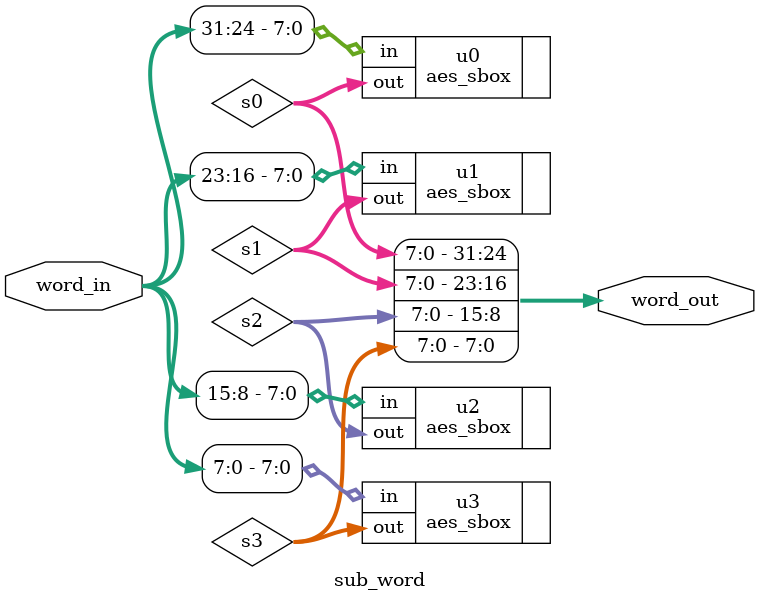
<source format=v>

module sub_word (
    input  [31:0] word_in,
    output [31:0] word_out
);
    wire [7:0] s0, s1, s2, s3;

    aes_sbox u0 (.in(word_in[31:24]), .out(s0));
    aes_sbox u1 (.in(word_in[23:16]), .out(s1));
    aes_sbox u2 (.in(word_in[15:8 ]), .out(s2));
    aes_sbox u3 (.in(word_in[ 7:0 ]), .out(s3));

    assign word_out = {s0, s1, s2, s3};
endmodule

</source>
